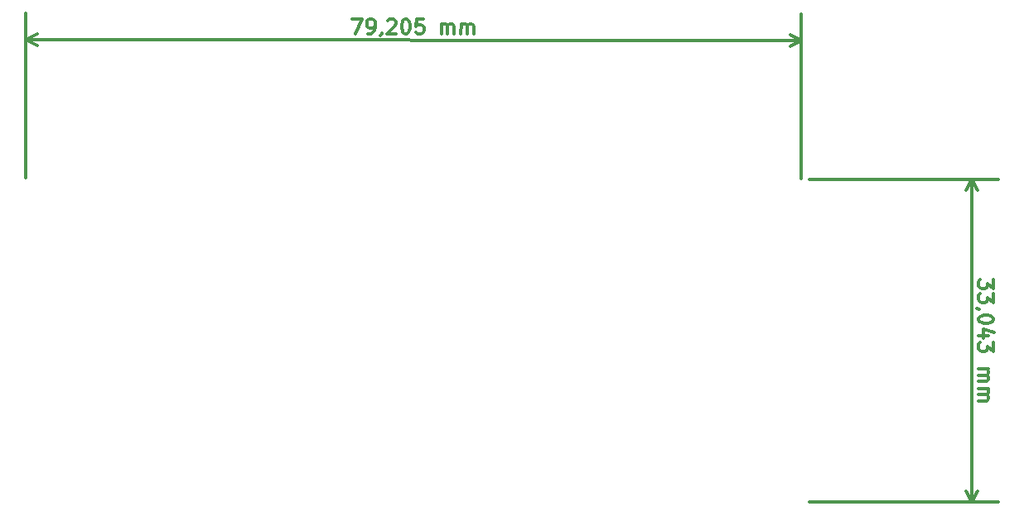
<source format=gbr>
G04 #@! TF.FileFunction,Drawing*
%FSLAX46Y46*%
G04 Gerber Fmt 4.6, Leading zero omitted, Abs format (unit mm)*
G04 Created by KiCad (PCBNEW 4.0.2+dfsg1-stable) date lun 28 gen 2019 08:35:01 CET*
%MOMM*%
G01*
G04 APERTURE LIST*
%ADD10C,0.100000*%
%ADD11C,0.300000*%
G04 APERTURE END LIST*
D10*
D11*
X166821283Y-85420684D02*
X166821283Y-86349255D01*
X166249854Y-85849255D01*
X166249854Y-86063541D01*
X166178425Y-86206398D01*
X166106997Y-86277827D01*
X165964140Y-86349255D01*
X165606997Y-86349255D01*
X165464140Y-86277827D01*
X165392711Y-86206398D01*
X165321283Y-86063541D01*
X165321283Y-85634969D01*
X165392711Y-85492112D01*
X165464140Y-85420684D01*
X166821283Y-86849255D02*
X166821283Y-87777826D01*
X166249854Y-87277826D01*
X166249854Y-87492112D01*
X166178425Y-87634969D01*
X166106997Y-87706398D01*
X165964140Y-87777826D01*
X165606997Y-87777826D01*
X165464140Y-87706398D01*
X165392711Y-87634969D01*
X165321283Y-87492112D01*
X165321283Y-87063540D01*
X165392711Y-86920683D01*
X165464140Y-86849255D01*
X165392711Y-88492111D02*
X165321283Y-88492111D01*
X165178425Y-88420683D01*
X165106997Y-88349254D01*
X166821283Y-89420683D02*
X166821283Y-89563540D01*
X166749854Y-89706397D01*
X166678425Y-89777826D01*
X166535568Y-89849255D01*
X166249854Y-89920683D01*
X165892711Y-89920683D01*
X165606997Y-89849255D01*
X165464140Y-89777826D01*
X165392711Y-89706397D01*
X165321283Y-89563540D01*
X165321283Y-89420683D01*
X165392711Y-89277826D01*
X165464140Y-89206397D01*
X165606997Y-89134969D01*
X165892711Y-89063540D01*
X166249854Y-89063540D01*
X166535568Y-89134969D01*
X166678425Y-89206397D01*
X166749854Y-89277826D01*
X166821283Y-89420683D01*
X166321283Y-91206397D02*
X165321283Y-91206397D01*
X166892711Y-90849254D02*
X165821283Y-90492111D01*
X165821283Y-91420683D01*
X166821283Y-91849254D02*
X166821283Y-92777825D01*
X166249854Y-92277825D01*
X166249854Y-92492111D01*
X166178425Y-92634968D01*
X166106997Y-92706397D01*
X165964140Y-92777825D01*
X165606997Y-92777825D01*
X165464140Y-92706397D01*
X165392711Y-92634968D01*
X165321283Y-92492111D01*
X165321283Y-92063539D01*
X165392711Y-91920682D01*
X165464140Y-91849254D01*
X165321283Y-94563539D02*
X166321283Y-94563539D01*
X166178425Y-94563539D02*
X166249854Y-94634967D01*
X166321283Y-94777825D01*
X166321283Y-94992110D01*
X166249854Y-95134967D01*
X166106997Y-95206396D01*
X165321283Y-95206396D01*
X166106997Y-95206396D02*
X166249854Y-95277825D01*
X166321283Y-95420682D01*
X166321283Y-95634967D01*
X166249854Y-95777825D01*
X166106997Y-95849253D01*
X165321283Y-95849253D01*
X165321283Y-96563539D02*
X166321283Y-96563539D01*
X166178425Y-96563539D02*
X166249854Y-96634967D01*
X166321283Y-96777825D01*
X166321283Y-96992110D01*
X166249854Y-97134967D01*
X166106997Y-97206396D01*
X165321283Y-97206396D01*
X166106997Y-97206396D02*
X166249854Y-97277825D01*
X166321283Y-97420682D01*
X166321283Y-97634967D01*
X166249854Y-97777825D01*
X166106997Y-97849253D01*
X165321283Y-97849253D01*
X164649854Y-75184967D02*
X164649854Y-108227827D01*
X148028094Y-75184967D02*
X167349854Y-75184967D01*
X148028094Y-108227827D02*
X167349854Y-108227827D01*
X164649854Y-108227827D02*
X164063433Y-107101323D01*
X164649854Y-108227827D02*
X165236275Y-107101323D01*
X164649854Y-75184967D02*
X164063433Y-76311471D01*
X164649854Y-75184967D02*
X165236275Y-76311471D01*
X101281951Y-58756989D02*
X102281950Y-58757919D01*
X101637698Y-60257320D01*
X102923411Y-60258516D02*
X103209126Y-60258782D01*
X103352049Y-60187486D01*
X103423544Y-60116124D01*
X103566601Y-59901972D01*
X103638294Y-59616323D01*
X103638826Y-59044896D01*
X103567531Y-58901972D01*
X103496168Y-58830477D01*
X103353378Y-58758915D01*
X103067664Y-58758649D01*
X102924740Y-58829945D01*
X102853245Y-58901308D01*
X102781683Y-59044099D01*
X102781351Y-59401241D01*
X102852647Y-59544165D01*
X102924009Y-59615659D01*
X103066800Y-59687221D01*
X103352514Y-59687487D01*
X103495438Y-59616191D01*
X103566933Y-59544829D01*
X103638494Y-59402039D01*
X104352048Y-60188416D02*
X104351981Y-60259844D01*
X104280420Y-60402636D01*
X104208925Y-60473997D01*
X104924672Y-58903234D02*
X104996168Y-58831872D01*
X105139091Y-58760576D01*
X105496234Y-58760908D01*
X105639024Y-58832470D01*
X105710387Y-58903965D01*
X105781682Y-59046889D01*
X105781549Y-59189745D01*
X105709922Y-59403965D01*
X104851982Y-60260309D01*
X105780553Y-60261173D01*
X106710518Y-58762037D02*
X106853375Y-58762170D01*
X106996166Y-58833732D01*
X107067528Y-58905227D01*
X107138824Y-59048151D01*
X107209987Y-59333931D01*
X107209655Y-59691074D01*
X107137961Y-59976721D01*
X107066399Y-60119512D01*
X106994904Y-60190874D01*
X106851980Y-60262169D01*
X106709123Y-60262037D01*
X106566333Y-60190476D01*
X106494970Y-60118980D01*
X106423675Y-59976057D01*
X106352512Y-59690277D01*
X106352844Y-59333134D01*
X106424539Y-59047486D01*
X106496100Y-58904696D01*
X106567595Y-58833333D01*
X106710518Y-58762037D01*
X108567660Y-58763764D02*
X107853375Y-58763100D01*
X107781282Y-59477319D01*
X107852777Y-59405958D01*
X107995700Y-59334662D01*
X108352843Y-59334994D01*
X108495634Y-59406556D01*
X108566996Y-59478050D01*
X108638291Y-59620973D01*
X108637959Y-59978116D01*
X108566398Y-60120907D01*
X108494903Y-60192269D01*
X108351980Y-60263564D01*
X107994837Y-60263232D01*
X107852046Y-60191671D01*
X107780684Y-60120176D01*
X110423407Y-60265491D02*
X110424337Y-59265491D01*
X110424204Y-59408349D02*
X110495698Y-59336987D01*
X110638623Y-59265691D01*
X110852908Y-59265890D01*
X110995698Y-59337452D01*
X111066994Y-59480375D01*
X111066263Y-60266089D01*
X111066994Y-59480375D02*
X111138556Y-59337585D01*
X111281479Y-59266288D01*
X111495764Y-59266488D01*
X111638556Y-59338050D01*
X111709851Y-59480973D01*
X111709120Y-60266687D01*
X112423406Y-60267351D02*
X112424336Y-59267351D01*
X112424203Y-59410209D02*
X112495697Y-59338847D01*
X112638622Y-59267551D01*
X112852907Y-59267750D01*
X112995697Y-59339312D01*
X113066993Y-59482235D01*
X113066263Y-60267949D01*
X113066993Y-59482235D02*
X113138555Y-59339444D01*
X113281478Y-59268148D01*
X113495763Y-59268348D01*
X113638555Y-59339909D01*
X113709850Y-59482833D01*
X113709119Y-60268547D01*
X67963232Y-60897433D02*
X147168052Y-60971093D01*
X67950080Y-75039220D02*
X67965743Y-58197434D01*
X147154900Y-75112880D02*
X147170563Y-58271094D01*
X147168052Y-60971093D02*
X146041003Y-61556466D01*
X147168052Y-60971093D02*
X146042094Y-60383625D01*
X67963232Y-60897433D02*
X69089190Y-61484901D01*
X67963232Y-60897433D02*
X69090281Y-60312060D01*
M02*

</source>
